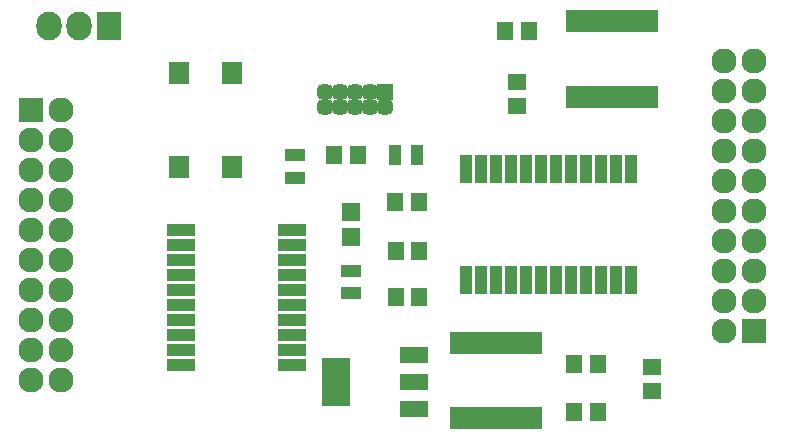
<source format=gts>
G04 #@! TF.FileFunction,Soldermask,Top*
%FSLAX46Y46*%
G04 Gerber Fmt 4.6, Leading zero omitted, Abs format (unit mm)*
G04 Created by KiCad (PCBNEW 4.0.1-stable) date Wednesday, August 10, 2016 'PMt' 07:16:23 PM*
%MOMM*%
G01*
G04 APERTURE LIST*
%ADD10C,0.100000*%
%ADD11R,2.350000X1.000000*%
%ADD12R,1.400000X1.650000*%
%ADD13R,1.598880X1.598880*%
%ADD14R,1.700000X1.100000*%
%ADD15R,1.100000X1.700000*%
%ADD16R,2.432000X4.057600*%
%ADD17R,2.432000X1.416000*%
%ADD18R,1.450000X1.450000*%
%ADD19C,1.450000*%
%ADD20R,1.700000X1.950000*%
%ADD21R,2.127200X2.127200*%
%ADD22O,2.127200X2.127200*%
%ADD23R,2.127200X2.432000*%
%ADD24O,2.127200X2.432000*%
%ADD25R,1.000000X2.400000*%
%ADD26R,0.800000X1.900000*%
%ADD27R,1.650000X1.400000*%
G04 APERTURE END LIST*
D10*
D11*
X131536458Y-130380810D03*
X131536458Y-131650810D03*
X131536458Y-132920810D03*
X131536458Y-134190810D03*
X131536458Y-135460810D03*
X131536458Y-136730810D03*
X131536458Y-138000810D03*
X131536458Y-139270810D03*
X131536458Y-140540810D03*
X131536458Y-141810810D03*
X140936458Y-141810810D03*
X140936458Y-140540810D03*
X140936458Y-139270810D03*
X140936458Y-138000810D03*
X140936458Y-136730810D03*
X140936458Y-135460810D03*
X140936458Y-134190810D03*
X140936458Y-132920810D03*
X140936458Y-131650810D03*
X140936458Y-130380810D03*
D12*
X146526458Y-124025810D03*
X144526458Y-124025810D03*
X151676458Y-128025810D03*
X149676458Y-128025810D03*
X151716458Y-132225810D03*
X149716458Y-132225810D03*
X149716458Y-136065810D03*
X151716458Y-136065810D03*
D13*
X145966458Y-131023850D03*
X145966458Y-128925810D03*
D14*
X145966458Y-133875810D03*
X145966458Y-135775810D03*
D15*
X151526458Y-124025810D03*
X149626458Y-124025810D03*
D14*
X141200458Y-124093810D03*
X141200458Y-125993810D03*
D16*
X144672458Y-143265810D03*
D17*
X151276458Y-143265810D03*
X151276458Y-140979810D03*
X151276458Y-145551810D03*
D18*
X148820458Y-118693810D03*
D19*
X147550458Y-118693810D03*
X146280458Y-118693810D03*
X145010458Y-118693810D03*
X143740458Y-118693810D03*
X147550458Y-119963810D03*
X146280458Y-119963810D03*
X145010458Y-119963810D03*
X143740458Y-119963810D03*
X148820458Y-119963810D03*
D20*
X131366458Y-117093810D03*
X135866458Y-117093810D03*
X135866458Y-125043810D03*
X131366458Y-125043810D03*
D21*
X118872000Y-120217810D03*
D22*
X121412000Y-120217810D03*
X118872000Y-122757810D03*
X121412000Y-122757810D03*
X118872000Y-125297810D03*
X121412000Y-125297810D03*
X118872000Y-127837810D03*
X121412000Y-127837810D03*
X118872000Y-130377810D03*
X121412000Y-130377810D03*
X118872000Y-132917810D03*
X121412000Y-132917810D03*
X118872000Y-135457810D03*
X121412000Y-135457810D03*
X118872000Y-137997810D03*
X121412000Y-137997810D03*
X118872000Y-140537810D03*
X121412000Y-140537810D03*
X118872000Y-143077810D03*
X121412000Y-143077810D03*
D23*
X125452458Y-113105810D03*
D24*
X122912458Y-113105810D03*
X120372458Y-113105810D03*
D21*
X180086000Y-138938000D03*
D22*
X177546000Y-138938000D03*
X180086000Y-136398000D03*
X177546000Y-136398000D03*
X180086000Y-133858000D03*
X177546000Y-133858000D03*
X180086000Y-131318000D03*
X177546000Y-131318000D03*
X180086000Y-128778000D03*
X177546000Y-128778000D03*
X180086000Y-126238000D03*
X177546000Y-126238000D03*
X180086000Y-123698000D03*
X177546000Y-123698000D03*
X180086000Y-121158000D03*
X177546000Y-121158000D03*
X180086000Y-118618000D03*
X177546000Y-118618000D03*
X180086000Y-116078000D03*
X177546000Y-116078000D03*
D25*
X169672000Y-134620000D03*
X168402000Y-134620000D03*
X167132000Y-134620000D03*
X165862000Y-134620000D03*
X164592000Y-134620000D03*
X163322000Y-134620000D03*
X162052000Y-134620000D03*
X160782000Y-134620000D03*
X159512000Y-134620000D03*
X158242000Y-134620000D03*
X156972000Y-134620000D03*
X155702000Y-134620000D03*
X169672000Y-125220000D03*
X168402000Y-125220000D03*
X167132000Y-125220000D03*
X165862000Y-125220000D03*
X164592000Y-125220000D03*
X163322000Y-125220000D03*
X162052000Y-125220000D03*
X160782000Y-125220000D03*
X159512000Y-125220000D03*
X158242000Y-125220000D03*
X156972000Y-125220000D03*
X155702000Y-125220000D03*
D26*
X161776000Y-146354000D03*
X161126000Y-146354000D03*
X160476000Y-146354000D03*
X159826000Y-146354000D03*
X159176000Y-146354000D03*
X158526000Y-146354000D03*
X157876000Y-146354000D03*
X157226000Y-146354000D03*
X156576000Y-146354000D03*
X155926000Y-146354000D03*
X155276000Y-146354000D03*
X154626000Y-146354000D03*
X161776000Y-139954000D03*
X161126000Y-139954000D03*
X160476000Y-139954000D03*
X159826000Y-139954000D03*
X159176000Y-139954000D03*
X158526000Y-139954000D03*
X157876000Y-139954000D03*
X157226000Y-139954000D03*
X156576000Y-139954000D03*
X155926000Y-139954000D03*
X155276000Y-139954000D03*
X154626000Y-139954000D03*
X164450000Y-112726000D03*
X165100000Y-112726000D03*
X165750000Y-112726000D03*
X166400000Y-112726000D03*
X167050000Y-112726000D03*
X167700000Y-112726000D03*
X168350000Y-112726000D03*
X169000000Y-112726000D03*
X169650000Y-112726000D03*
X170300000Y-112726000D03*
X170950000Y-112726000D03*
X171600000Y-112726000D03*
X164450000Y-119126000D03*
X165100000Y-119126000D03*
X165750000Y-119126000D03*
X166400000Y-119126000D03*
X167050000Y-119126000D03*
X167700000Y-119126000D03*
X168350000Y-119126000D03*
X169000000Y-119126000D03*
X169650000Y-119126000D03*
X170300000Y-119126000D03*
X170950000Y-119126000D03*
X171600000Y-119126000D03*
D27*
X171450000Y-144018000D03*
X171450000Y-142018000D03*
X159996458Y-119872000D03*
X159996458Y-117872000D03*
D12*
X166846000Y-141732000D03*
X164846000Y-141732000D03*
X159020000Y-113538000D03*
X161020000Y-113538000D03*
X166846000Y-145796000D03*
X164846000Y-145796000D03*
M02*

</source>
